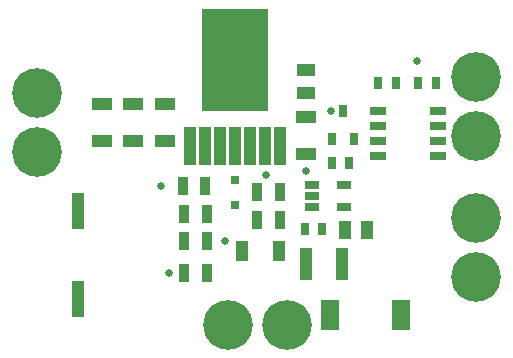
<source format=gts>
G04 Layer_Color=8388736*
%FSLAX44Y44*%
%MOMM*%
G71*
G01*
G75*
%ADD32R,0.9032X1.5032*%
%ADD33R,0.6532X0.7932*%
%ADD34R,1.1032X1.5032*%
%ADD35R,1.1032X3.0532*%
%ADD36R,1.1032X1.8032*%
%ADD37R,1.8032X1.1032*%
%ADD38R,0.8032X1.1032*%
%ADD39R,1.1032X2.7032*%
%ADD40R,1.5032X2.6032*%
%ADD41R,1.2032X0.7532*%
%ADD42R,1.5032X1.1032*%
%ADD43R,1.0932X3.2632*%
%ADD44R,5.5532X8.7432*%
%ADD45R,0.6900X1.1400*%
%ADD46R,1.3972X0.7622*%
%ADD47C,4.2032*%
%ADD48C,0.6532*%
D32*
X490500Y517000D02*
D03*
X471500D02*
D03*
X491500Y444000D02*
D03*
X472500D02*
D03*
X491500Y471000D02*
D03*
X472500D02*
D03*
X491500Y494000D02*
D03*
X472500D02*
D03*
X534500Y489000D02*
D03*
X553500D02*
D03*
X553500Y512000D02*
D03*
X534500D02*
D03*
D33*
X516000Y501450D02*
D03*
Y522550D02*
D03*
D34*
X608500Y480000D02*
D03*
X627500D02*
D03*
D35*
X383000Y496250D02*
D03*
Y421750D02*
D03*
D36*
X552500Y462000D02*
D03*
X521500D02*
D03*
D37*
X403000Y555500D02*
D03*
Y586500D02*
D03*
X456000D02*
D03*
Y555500D02*
D03*
X429000D02*
D03*
Y586500D02*
D03*
X576000Y575500D02*
D03*
Y544500D02*
D03*
D38*
X574500Y481000D02*
D03*
X589500D02*
D03*
X597500Y537000D02*
D03*
X612500D02*
D03*
X636500Y605000D02*
D03*
X651500D02*
D03*
X670500D02*
D03*
X685500D02*
D03*
D39*
X606500Y451000D02*
D03*
X575500D02*
D03*
D40*
X596000Y408000D02*
D03*
X656000D02*
D03*
D41*
X580500Y518500D02*
D03*
Y509000D02*
D03*
Y499500D02*
D03*
X607500Y518500D02*
D03*
Y499500D02*
D03*
D42*
X576000Y615500D02*
D03*
Y596500D02*
D03*
D43*
X477900Y551000D02*
D03*
X490600D02*
D03*
X503300D02*
D03*
X516000D02*
D03*
X528700D02*
D03*
X541400D02*
D03*
X554100D02*
D03*
D44*
X516000Y624050D02*
D03*
D45*
X597500Y557150D02*
D03*
X616500D02*
D03*
X607000Y580850D02*
D03*
D46*
X687270Y542950D02*
D03*
Y555650D02*
D03*
Y568350D02*
D03*
Y581050D02*
D03*
X636730Y542950D02*
D03*
Y555650D02*
D03*
Y568350D02*
D03*
Y581050D02*
D03*
D47*
X348000Y596000D02*
D03*
X510000Y400000D02*
D03*
X720000Y440000D02*
D03*
Y490000D02*
D03*
X348000Y546000D02*
D03*
X560000Y400000D02*
D03*
X720000Y560000D02*
D03*
Y610000D02*
D03*
D48*
X670000Y623000D02*
D03*
X597000Y581000D02*
D03*
X576000Y530000D02*
D03*
X542000Y527000D02*
D03*
X460000Y444000D02*
D03*
X507000Y471000D02*
D03*
X453000Y517000D02*
D03*
X498000Y594000D02*
D03*
X510000D02*
D03*
X522000D02*
D03*
X535000D02*
D03*
Y605000D02*
D03*
X522000D02*
D03*
X510000D02*
D03*
X498000D02*
D03*
Y617000D02*
D03*
X510000D02*
D03*
X522000D02*
D03*
X535000D02*
D03*
Y629000D02*
D03*
X522000D02*
D03*
X510000D02*
D03*
X498000D02*
D03*
Y641000D02*
D03*
Y653000D02*
D03*
X510000D02*
D03*
Y641000D02*
D03*
X522000D02*
D03*
Y653000D02*
D03*
X535000D02*
D03*
Y641000D02*
D03*
M02*

</source>
